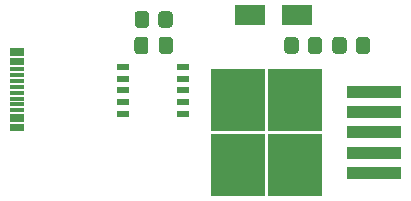
<source format=gbr>
%TF.GenerationSoftware,KiCad,Pcbnew,(5.1.7)-1*%
%TF.CreationDate,2021-04-30T22:35:11+08:00*%
%TF.ProjectId,t12_pps_power,7431325f-7070-4735-9f70-6f7765722e6b,rev?*%
%TF.SameCoordinates,Original*%
%TF.FileFunction,Paste,Top*%
%TF.FilePolarity,Positive*%
%FSLAX46Y46*%
G04 Gerber Fmt 4.6, Leading zero omitted, Abs format (unit mm)*
G04 Created by KiCad (PCBNEW (5.1.7)-1) date 2021-04-30 22:35:11*
%MOMM*%
%LPD*%
G01*
G04 APERTURE LIST*
%ADD10R,2.500000X1.800000*%
%ADD11R,1.150000X0.300000*%
%ADD12R,4.600000X1.100000*%
%ADD13R,4.550000X5.250000*%
%ADD14R,1.100000X0.510000*%
G04 APERTURE END LIST*
%TO.C,C1*%
G36*
G01*
X59365000Y-70325000D02*
X59365000Y-69375000D01*
G75*
G02*
X59615000Y-69125000I250000J0D01*
G01*
X60290000Y-69125000D01*
G75*
G02*
X60540000Y-69375000I0J-250000D01*
G01*
X60540000Y-70325000D01*
G75*
G02*
X60290000Y-70575000I-250000J0D01*
G01*
X59615000Y-70575000D01*
G75*
G02*
X59365000Y-70325000I0J250000D01*
G01*
G37*
G36*
G01*
X61440000Y-70325000D02*
X61440000Y-69375000D01*
G75*
G02*
X61690000Y-69125000I250000J0D01*
G01*
X62365000Y-69125000D01*
G75*
G02*
X62615000Y-69375000I0J-250000D01*
G01*
X62615000Y-70325000D01*
G75*
G02*
X62365000Y-70575000I-250000J0D01*
G01*
X61690000Y-70575000D01*
G75*
G02*
X61440000Y-70325000I0J250000D01*
G01*
G37*
%TD*%
D10*
%TO.C,D1*%
X73120000Y-67310000D03*
X69120000Y-67310000D03*
%TD*%
D11*
%TO.C,J2*%
X49390000Y-76650000D03*
X49390000Y-75850000D03*
X49390000Y-75350000D03*
X49390000Y-74850000D03*
X49390000Y-74350000D03*
X49390000Y-73850000D03*
X49390000Y-73350000D03*
X49390000Y-72850000D03*
X49390000Y-72350000D03*
X49390000Y-71850000D03*
X49390000Y-71050000D03*
X49390000Y-70250000D03*
X49390000Y-70550000D03*
X49390000Y-71350000D03*
X49390000Y-76150000D03*
X49390000Y-76950000D03*
%TD*%
%TO.C,R1*%
G36*
G01*
X73260000Y-69399999D02*
X73260000Y-70300001D01*
G75*
G02*
X73010001Y-70550000I-249999J0D01*
G01*
X72309999Y-70550000D01*
G75*
G02*
X72060000Y-70300001I0J249999D01*
G01*
X72060000Y-69399999D01*
G75*
G02*
X72309999Y-69150000I249999J0D01*
G01*
X73010001Y-69150000D01*
G75*
G02*
X73260000Y-69399999I0J-249999D01*
G01*
G37*
G36*
G01*
X75260000Y-69399999D02*
X75260000Y-70300001D01*
G75*
G02*
X75010001Y-70550000I-249999J0D01*
G01*
X74309999Y-70550000D01*
G75*
G02*
X74060000Y-70300001I0J249999D01*
G01*
X74060000Y-69399999D01*
G75*
G02*
X74309999Y-69150000I249999J0D01*
G01*
X75010001Y-69150000D01*
G75*
G02*
X75260000Y-69399999I0J-249999D01*
G01*
G37*
%TD*%
%TO.C,R2*%
G36*
G01*
X79324000Y-69399999D02*
X79324000Y-70300001D01*
G75*
G02*
X79074001Y-70550000I-249999J0D01*
G01*
X78373999Y-70550000D01*
G75*
G02*
X78124000Y-70300001I0J249999D01*
G01*
X78124000Y-69399999D01*
G75*
G02*
X78373999Y-69150000I249999J0D01*
G01*
X79074001Y-69150000D01*
G75*
G02*
X79324000Y-69399999I0J-249999D01*
G01*
G37*
G36*
G01*
X77324000Y-69399999D02*
X77324000Y-70300001D01*
G75*
G02*
X77074001Y-70550000I-249999J0D01*
G01*
X76373999Y-70550000D01*
G75*
G02*
X76124000Y-70300001I0J249999D01*
G01*
X76124000Y-69399999D01*
G75*
G02*
X76373999Y-69150000I249999J0D01*
G01*
X77074001Y-69150000D01*
G75*
G02*
X77324000Y-69399999I0J-249999D01*
G01*
G37*
%TD*%
%TO.C,R3*%
G36*
G01*
X62600000Y-67199999D02*
X62600000Y-68100001D01*
G75*
G02*
X62350001Y-68350000I-249999J0D01*
G01*
X61649999Y-68350000D01*
G75*
G02*
X61400000Y-68100001I0J249999D01*
G01*
X61400000Y-67199999D01*
G75*
G02*
X61649999Y-66950000I249999J0D01*
G01*
X62350001Y-66950000D01*
G75*
G02*
X62600000Y-67199999I0J-249999D01*
G01*
G37*
G36*
G01*
X60600000Y-67199999D02*
X60600000Y-68100001D01*
G75*
G02*
X60350001Y-68350000I-249999J0D01*
G01*
X59649999Y-68350000D01*
G75*
G02*
X59400000Y-68100001I0J249999D01*
G01*
X59400000Y-67199999D01*
G75*
G02*
X59649999Y-66950000I249999J0D01*
G01*
X60350001Y-66950000D01*
G75*
G02*
X60600000Y-67199999I0J-249999D01*
G01*
G37*
%TD*%
D12*
%TO.C,U1*%
X79689000Y-80616000D03*
X79689000Y-78916000D03*
X79689000Y-77216000D03*
X79689000Y-75516000D03*
X79689000Y-73816000D03*
D13*
X68114000Y-74441000D03*
X72964000Y-79991000D03*
X68114000Y-79991000D03*
X72964000Y-74441000D03*
%TD*%
D14*
%TO.C,U2*%
X63510000Y-75660000D03*
X63510000Y-74660000D03*
X63510000Y-73660000D03*
X63510000Y-72660000D03*
X58410000Y-71660000D03*
X58410000Y-72660000D03*
X58410000Y-73660000D03*
X63510000Y-71660000D03*
X58410000Y-74660000D03*
X58410000Y-75660000D03*
%TD*%
M02*

</source>
